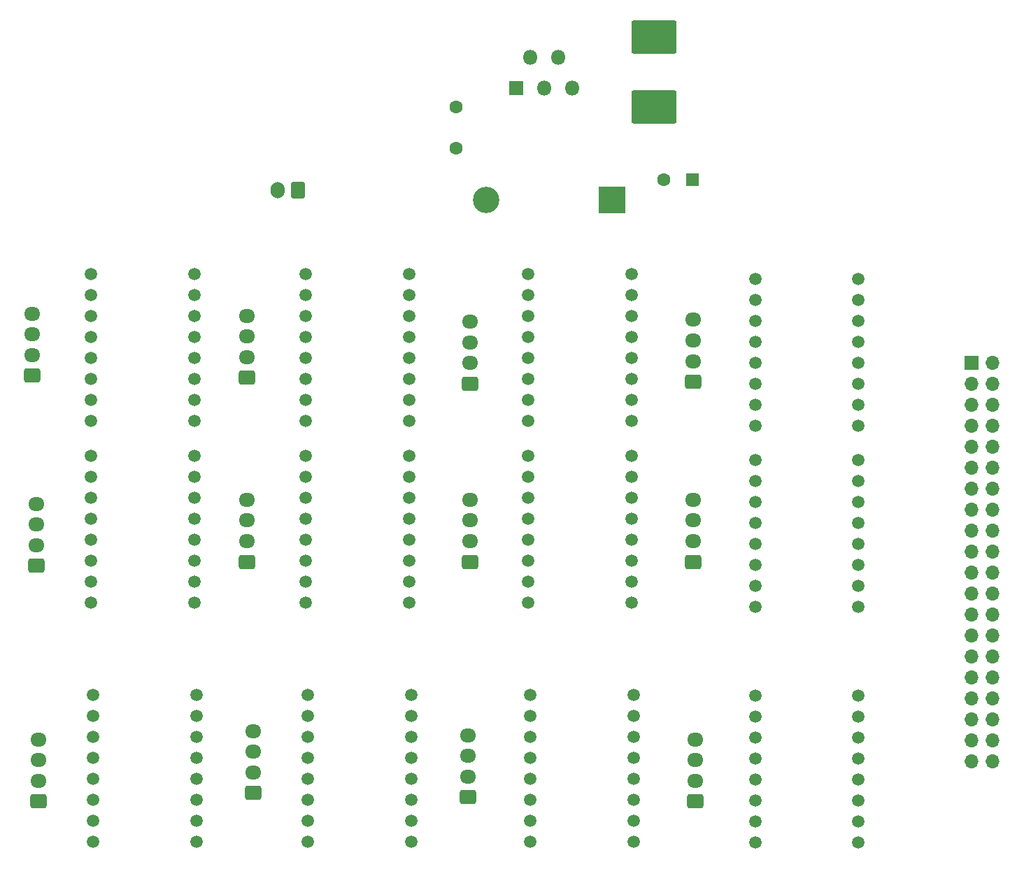
<source format=gts>
G04 #@! TF.GenerationSoftware,KiCad,Pcbnew,8.0.8-8.0.8-0~ubuntu24.04.1*
G04 #@! TF.CreationDate,2025-04-08T09:18:08-05:00*
G04 #@! TF.ProjectId,wasabi,77617361-6269-42e6-9b69-6361645f7063,rev?*
G04 #@! TF.SameCoordinates,Original*
G04 #@! TF.FileFunction,Soldermask,Top*
G04 #@! TF.FilePolarity,Negative*
%FSLAX46Y46*%
G04 Gerber Fmt 4.6, Leading zero omitted, Abs format (unit mm)*
G04 Created by KiCad (PCBNEW 8.0.8-8.0.8-0~ubuntu24.04.1) date 2025-04-08 09:18:08*
%MOMM*%
%LPD*%
G01*
G04 APERTURE LIST*
G04 Aperture macros list*
%AMRoundRect*
0 Rectangle with rounded corners*
0 $1 Rounding radius*
0 $2 $3 $4 $5 $6 $7 $8 $9 X,Y pos of 4 corners*
0 Add a 4 corners polygon primitive as box body*
4,1,4,$2,$3,$4,$5,$6,$7,$8,$9,$2,$3,0*
0 Add four circle primitives for the rounded corners*
1,1,$1+$1,$2,$3*
1,1,$1+$1,$4,$5*
1,1,$1+$1,$6,$7*
1,1,$1+$1,$8,$9*
0 Add four rect primitives between the rounded corners*
20,1,$1+$1,$2,$3,$4,$5,0*
20,1,$1+$1,$4,$5,$6,$7,0*
20,1,$1+$1,$6,$7,$8,$9,0*
20,1,$1+$1,$8,$9,$2,$3,0*%
G04 Aperture macros list end*
%ADD10RoundRect,0.250000X0.725000X-0.600000X0.725000X0.600000X-0.725000X0.600000X-0.725000X-0.600000X0*%
%ADD11O,1.950000X1.700000*%
%ADD12C,1.500000*%
%ADD13C,1.600000*%
%ADD14RoundRect,0.250000X0.600000X0.750000X-0.600000X0.750000X-0.600000X-0.750000X0.600000X-0.750000X0*%
%ADD15O,1.700000X2.000000*%
%ADD16R,1.800000X1.800000*%
%ADD17O,1.800000X1.800000*%
%ADD18R,3.200000X3.200000*%
%ADD19O,3.200000X3.200000*%
%ADD20RoundRect,0.250000X2.500000X-1.750000X2.500000X1.750000X-2.500000X1.750000X-2.500000X-1.750000X0*%
%ADD21R,1.600000X1.600000*%
%ADD22R,1.700000X1.700000*%
%ADD23O,1.700000X1.700000*%
G04 APERTURE END LIST*
D10*
X104000000Y-136060000D03*
D11*
X104000000Y-133560000D03*
X104000000Y-131060000D03*
X104000000Y-128560000D03*
D12*
X164750000Y-91540000D03*
X164750000Y-89000000D03*
X164750000Y-86460000D03*
X164750000Y-83920000D03*
X164750000Y-81380000D03*
X164750000Y-78840000D03*
X164750000Y-76300000D03*
X164750000Y-73760000D03*
X177250000Y-91540000D03*
X177250000Y-89000000D03*
X177250000Y-86460000D03*
X177250000Y-83920000D03*
X177250000Y-81380000D03*
X177250000Y-78840000D03*
X177250000Y-76300000D03*
X177250000Y-73760000D03*
D13*
X128500000Y-52950000D03*
X128500000Y-57950000D03*
D10*
X103225000Y-85750000D03*
D11*
X103225000Y-83250000D03*
X103225000Y-80750000D03*
X103225000Y-78250000D03*
D10*
X157250000Y-108050000D03*
D11*
X157250000Y-105550000D03*
X157250000Y-103050000D03*
X157250000Y-100550000D03*
D14*
X109400000Y-63025000D03*
D15*
X106900000Y-63025000D03*
D10*
X157500000Y-137060000D03*
D11*
X157500000Y-134560000D03*
X157500000Y-132060000D03*
X157500000Y-129560000D03*
D12*
X84350000Y-113000000D03*
X84350000Y-110460000D03*
X84350000Y-107920000D03*
X84350000Y-105380000D03*
X84350000Y-102840000D03*
X84350000Y-100300000D03*
X84350000Y-97760000D03*
X84350000Y-95220000D03*
X96850000Y-113000000D03*
X96850000Y-110460000D03*
X96850000Y-107920000D03*
X96850000Y-105380000D03*
X96850000Y-102840000D03*
X96850000Y-100300000D03*
X96850000Y-97760000D03*
X96850000Y-95220000D03*
D10*
X103250000Y-108050000D03*
D11*
X103250000Y-105550000D03*
X103250000Y-103050000D03*
X103250000Y-100550000D03*
D12*
X164750000Y-113540000D03*
X164750000Y-111000000D03*
X164750000Y-108460000D03*
X164750000Y-105920000D03*
X164750000Y-103380000D03*
X164750000Y-100840000D03*
X164750000Y-98300000D03*
X164750000Y-95760000D03*
X177250000Y-113540000D03*
X177250000Y-111000000D03*
X177250000Y-108460000D03*
X177250000Y-105920000D03*
X177250000Y-103380000D03*
X177250000Y-100840000D03*
X177250000Y-98300000D03*
X177250000Y-95760000D03*
D10*
X77750000Y-108550000D03*
D11*
X77750000Y-106050000D03*
X77750000Y-103550000D03*
X77750000Y-101050000D03*
D12*
X84600000Y-141960000D03*
X84600000Y-139420000D03*
X84600000Y-136880000D03*
X84600000Y-134340000D03*
X84600000Y-131800000D03*
X84600000Y-129260000D03*
X84600000Y-126720000D03*
X84600000Y-124180000D03*
X97100000Y-141960000D03*
X97100000Y-139420000D03*
X97100000Y-136880000D03*
X97100000Y-134340000D03*
X97100000Y-131800000D03*
X97100000Y-129260000D03*
X97100000Y-126720000D03*
X97100000Y-124180000D03*
X137250000Y-91000000D03*
X137250000Y-88460000D03*
X137250000Y-85920000D03*
X137250000Y-83380000D03*
X137250000Y-80840000D03*
X137250000Y-78300000D03*
X137250000Y-75760000D03*
X137250000Y-73220000D03*
X149750000Y-91000000D03*
X149750000Y-88460000D03*
X149750000Y-85920000D03*
X149750000Y-83380000D03*
X149750000Y-80840000D03*
X149750000Y-78300000D03*
X149750000Y-75760000D03*
X149750000Y-73220000D03*
X110350000Y-91000000D03*
X110350000Y-88460000D03*
X110350000Y-85920000D03*
X110350000Y-83380000D03*
X110350000Y-80840000D03*
X110350000Y-78300000D03*
X110350000Y-75760000D03*
X110350000Y-73220000D03*
X122850000Y-91000000D03*
X122850000Y-88460000D03*
X122850000Y-85920000D03*
X122850000Y-83380000D03*
X122850000Y-80840000D03*
X122850000Y-78300000D03*
X122850000Y-75760000D03*
X122850000Y-73220000D03*
D10*
X130000000Y-136560000D03*
D11*
X130000000Y-134060000D03*
X130000000Y-131560000D03*
X130000000Y-129060000D03*
D16*
X135800000Y-50650000D03*
D17*
X137500000Y-46950000D03*
X139200000Y-50650000D03*
X140900000Y-46950000D03*
X142600000Y-50650000D03*
D18*
X147370000Y-64250000D03*
D19*
X132130000Y-64250000D03*
D20*
X152500000Y-53000000D03*
X152500000Y-44500000D03*
D10*
X130250000Y-108050000D03*
D11*
X130250000Y-105550000D03*
X130250000Y-103050000D03*
X130250000Y-100550000D03*
D10*
X78000000Y-137060000D03*
D11*
X78000000Y-134560000D03*
X78000000Y-132060000D03*
X78000000Y-129560000D03*
D12*
X110600000Y-141960000D03*
X110600000Y-139420000D03*
X110600000Y-136880000D03*
X110600000Y-134340000D03*
X110600000Y-131800000D03*
X110600000Y-129260000D03*
X110600000Y-126720000D03*
X110600000Y-124180000D03*
X123100000Y-141960000D03*
X123100000Y-139420000D03*
X123100000Y-136880000D03*
X123100000Y-134340000D03*
X123100000Y-131800000D03*
X123100000Y-129260000D03*
X123100000Y-126720000D03*
X123100000Y-124180000D03*
X137500000Y-141960000D03*
X137500000Y-139420000D03*
X137500000Y-136880000D03*
X137500000Y-134340000D03*
X137500000Y-131800000D03*
X137500000Y-129260000D03*
X137500000Y-126720000D03*
X137500000Y-124180000D03*
X150000000Y-141960000D03*
X150000000Y-139420000D03*
X150000000Y-136880000D03*
X150000000Y-134340000D03*
X150000000Y-131800000D03*
X150000000Y-129260000D03*
X150000000Y-126720000D03*
X150000000Y-124180000D03*
D21*
X157152651Y-61750000D03*
D13*
X153652651Y-61750000D03*
D12*
X164750000Y-142000000D03*
X164750000Y-139460000D03*
X164750000Y-136920000D03*
X164750000Y-134380000D03*
X164750000Y-131840000D03*
X164750000Y-129300000D03*
X164750000Y-126760000D03*
X164750000Y-124220000D03*
X177250000Y-142000000D03*
X177250000Y-139460000D03*
X177250000Y-136920000D03*
X177250000Y-134380000D03*
X177250000Y-131840000D03*
X177250000Y-129300000D03*
X177250000Y-126760000D03*
X177250000Y-124220000D03*
D10*
X157225000Y-86250000D03*
D11*
X157225000Y-83750000D03*
X157225000Y-81250000D03*
X157225000Y-78750000D03*
D12*
X137250000Y-113000000D03*
X137250000Y-110460000D03*
X137250000Y-107920000D03*
X137250000Y-105380000D03*
X137250000Y-102840000D03*
X137250000Y-100300000D03*
X137250000Y-97760000D03*
X137250000Y-95220000D03*
X149750000Y-113000000D03*
X149750000Y-110460000D03*
X149750000Y-107920000D03*
X149750000Y-105380000D03*
X149750000Y-102840000D03*
X149750000Y-100300000D03*
X149750000Y-97760000D03*
X149750000Y-95220000D03*
D10*
X77250000Y-85500000D03*
D11*
X77250000Y-83000000D03*
X77250000Y-80500000D03*
X77250000Y-78000000D03*
D12*
X84350000Y-91000000D03*
X84350000Y-88460000D03*
X84350000Y-85920000D03*
X84350000Y-83380000D03*
X84350000Y-80840000D03*
X84350000Y-78300000D03*
X84350000Y-75760000D03*
X84350000Y-73220000D03*
X96850000Y-91000000D03*
X96850000Y-88460000D03*
X96850000Y-85920000D03*
X96850000Y-83380000D03*
X96850000Y-80840000D03*
X96850000Y-78300000D03*
X96850000Y-75760000D03*
X96850000Y-73220000D03*
X110350000Y-113000000D03*
X110350000Y-110460000D03*
X110350000Y-107920000D03*
X110350000Y-105380000D03*
X110350000Y-102840000D03*
X110350000Y-100300000D03*
X110350000Y-97760000D03*
X110350000Y-95220000D03*
X122850000Y-113000000D03*
X122850000Y-110460000D03*
X122850000Y-107920000D03*
X122850000Y-105380000D03*
X122850000Y-102840000D03*
X122850000Y-100300000D03*
X122850000Y-97760000D03*
X122850000Y-95220000D03*
D22*
X190960000Y-83920000D03*
D23*
X193500000Y-83920000D03*
X190960000Y-86460000D03*
X193500000Y-86460000D03*
X190960000Y-89000000D03*
X193500000Y-89000000D03*
X190960000Y-91540000D03*
X193500000Y-91540000D03*
X190960000Y-94080000D03*
X193500000Y-94080000D03*
X190960000Y-96620000D03*
X193500000Y-96620000D03*
X190960000Y-99160000D03*
X193500000Y-99160000D03*
X190960000Y-101700000D03*
X193500000Y-101700000D03*
X190960000Y-104240000D03*
X193500000Y-104240000D03*
X190960000Y-106780000D03*
X193500000Y-106780000D03*
X190960000Y-109320000D03*
X193500000Y-109320000D03*
X190960000Y-111860000D03*
X193500000Y-111860000D03*
X190960000Y-114400000D03*
X193500000Y-114400000D03*
X190960000Y-116940000D03*
X193500000Y-116940000D03*
X190960000Y-119480000D03*
X193500000Y-119480000D03*
X190960000Y-122020000D03*
X193500000Y-122020000D03*
X190960000Y-124560000D03*
X193500000Y-124560000D03*
X190960000Y-127100000D03*
X193500000Y-127100000D03*
X190960000Y-129640000D03*
X193500000Y-129640000D03*
X190960000Y-132180000D03*
X193500000Y-132180000D03*
D10*
X130250000Y-86500000D03*
D11*
X130250000Y-84000000D03*
X130250000Y-81500000D03*
X130250000Y-79000000D03*
M02*

</source>
